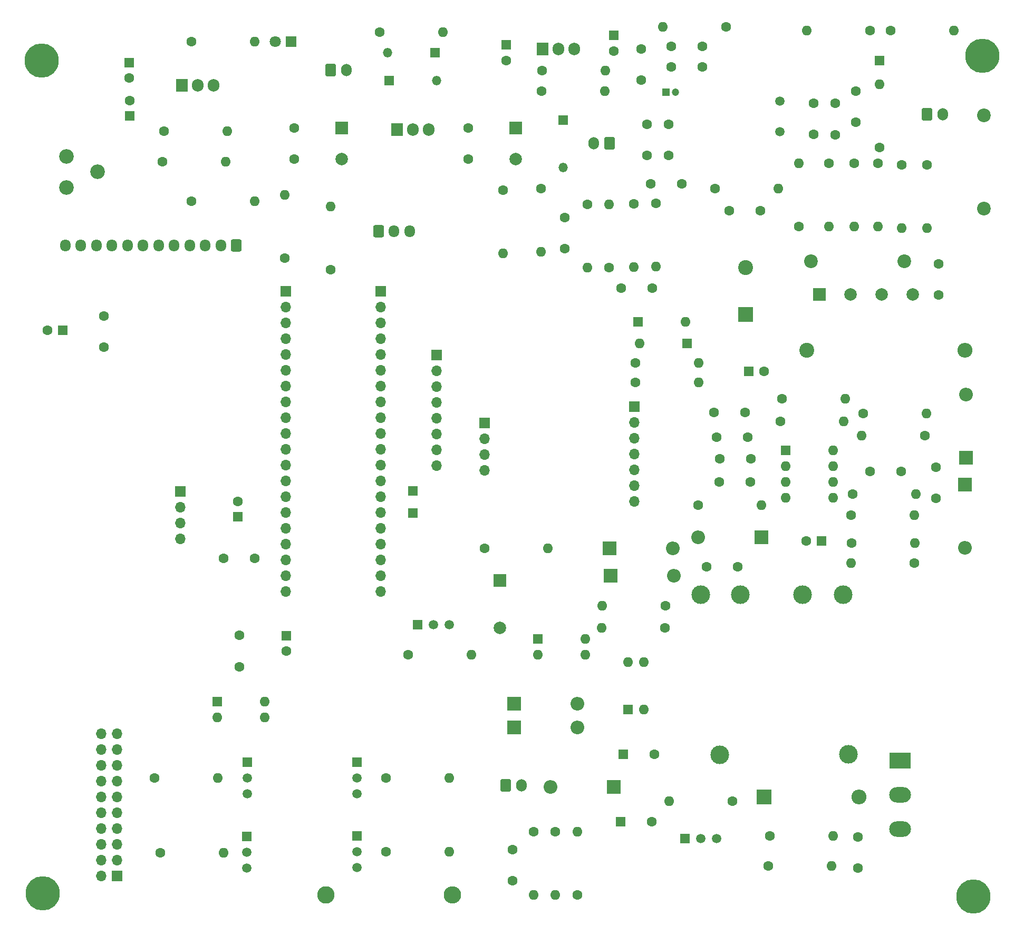
<source format=gbr>
%TF.GenerationSoftware,KiCad,Pcbnew,(6.99.0-1031-g46d719ed42)*%
%TF.CreationDate,2022-10-20T15:30:39+01:00*%
%TF.ProjectId,EnAcess PCB,456e4163-6573-4732-9050-43422e6b6963,rev?*%
%TF.SameCoordinates,Original*%
%TF.FileFunction,Soldermask,Bot*%
%TF.FilePolarity,Negative*%
%FSLAX46Y46*%
G04 Gerber Fmt 4.6, Leading zero omitted, Abs format (unit mm)*
G04 Created by KiCad (PCBNEW (6.99.0-1031-g46d719ed42)) date 2022-10-20 15:30:39*
%MOMM*%
%LPD*%
G01*
G04 APERTURE LIST*
G04 Aperture macros list*
%AMRoundRect*
0 Rectangle with rounded corners*
0 $1 Rounding radius*
0 $2 $3 $4 $5 $6 $7 $8 $9 X,Y pos of 4 corners*
0 Add a 4 corners polygon primitive as box body*
4,1,4,$2,$3,$4,$5,$6,$7,$8,$9,$2,$3,0*
0 Add four circle primitives for the rounded corners*
1,1,$1+$1,$2,$3*
1,1,$1+$1,$4,$5*
1,1,$1+$1,$6,$7*
1,1,$1+$1,$8,$9*
0 Add four rect primitives between the rounded corners*
20,1,$1+$1,$2,$3,$4,$5,0*
20,1,$1+$1,$4,$5,$6,$7,0*
20,1,$1+$1,$6,$7,$8,$9,0*
20,1,$1+$1,$8,$9,$2,$3,0*%
G04 Aperture macros list end*
%ADD10R,2.200000X2.200000*%
%ADD11O,2.200000X2.200000*%
%ADD12C,1.600000*%
%ADD13O,1.600000X1.600000*%
%ADD14R,2.000000X2.000000*%
%ADD15C,2.000000*%
%ADD16R,1.700000X1.700000*%
%ADD17O,1.700000X1.700000*%
%ADD18R,1.600000X1.600000*%
%ADD19R,3.500000X2.500000*%
%ADD20O,3.500000X2.500000*%
%ADD21C,3.600000*%
%ADD22C,5.500000*%
%ADD23R,1.500000X1.500000*%
%ADD24C,1.500000*%
%ADD25RoundRect,0.250000X-0.600000X-0.750000X0.600000X-0.750000X0.600000X0.750000X-0.600000X0.750000X0*%
%ADD26O,1.700000X2.000000*%
%ADD27C,2.340000*%
%ADD28RoundRect,0.250000X0.600000X0.725000X-0.600000X0.725000X-0.600000X-0.725000X0.600000X-0.725000X0*%
%ADD29O,1.700000X1.950000*%
%ADD30C,0.100000*%
%ADD31C,3.000000*%
%ADD32R,1.200000X1.200000*%
%ADD33C,1.200000*%
%ADD34RoundRect,0.250000X-0.550000X-0.550000X0.550000X-0.550000X0.550000X0.550000X-0.550000X0.550000X0*%
%ADD35C,2.200000*%
%ADD36O,1.500000X1.500000*%
%ADD37C,2.800000*%
%ADD38O,2.800000X2.800000*%
%ADD39R,1.800000X1.800000*%
%ADD40C,1.800000*%
%ADD41RoundRect,0.250000X0.600000X0.750000X-0.600000X0.750000X-0.600000X-0.750000X0.600000X-0.750000X0*%
%ADD42R,1.905000X2.000000*%
%ADD43O,1.905000X2.000000*%
%ADD44RoundRect,0.250000X-0.600000X-0.725000X0.600000X-0.725000X0.600000X0.725000X-0.600000X0.725000X0*%
%ADD45C,2.400000*%
%ADD46O,2.400000X2.400000*%
%ADD47R,2.400000X2.400000*%
G04 APERTURE END LIST*
D10*
%TO.C,D8*%
X111479999Y-137799999D03*
D11*
X101319999Y-137799999D03*
%TD*%
D12*
%TO.C,R11*%
X37720000Y-136400000D03*
D13*
X47879999Y-136399999D03*
%TD*%
D12*
%TO.C,R31*%
X138263000Y-79095600D03*
D13*
X148422999Y-79095599D03*
%TD*%
D12*
%TO.C,C15*%
X51409600Y-113476400D03*
X51409600Y-118476400D03*
%TD*%
%TO.C,R24*%
X102108000Y-145034000D03*
D13*
X102107999Y-155193999D03*
%TD*%
D14*
%TO.C,C20*%
X67817999Y-31932999D03*
D15*
X67818000Y-36933000D03*
%TD*%
D12*
%TO.C,R56*%
X74920000Y-136400000D03*
D13*
X85079999Y-136399999D03*
%TD*%
D16*
%TO.C,J6*%
X58800999Y-58191399D03*
D17*
X58800999Y-60731399D03*
X58800999Y-63271399D03*
X58800999Y-65811399D03*
X58800999Y-68351399D03*
X58800999Y-70891399D03*
X58800999Y-73431399D03*
X58800999Y-75971399D03*
X58800999Y-78511399D03*
X58800999Y-81051399D03*
X58800999Y-83591399D03*
X58800999Y-86131399D03*
X58800999Y-88671399D03*
X58800999Y-91211399D03*
X58800999Y-93751399D03*
X58800999Y-96291399D03*
X58800999Y-98831399D03*
X58800999Y-101371399D03*
X58800999Y-103911399D03*
X58800999Y-106451399D03*
%TD*%
D18*
%TO.C,C26*%
X144881599Y-98297999D03*
D12*
X142381600Y-98298000D03*
%TD*%
%TO.C,C8*%
X60198000Y-31933000D03*
X60198000Y-36933000D03*
%TD*%
%TO.C,TH1*%
X163677600Y-53761000D03*
X163677600Y-58761000D03*
%TD*%
D19*
%TO.C,Q3*%
X157479999Y-133603999D03*
D20*
X157479999Y-139078999D03*
X157479999Y-144553999D03*
%TD*%
D10*
%TO.C,D7*%
X95503999Y-128269999D03*
D11*
X105663999Y-128269999D03*
%TD*%
D12*
%TO.C,C39*%
X130048000Y-45212000D03*
X135048000Y-45212000D03*
%TD*%
%TO.C,R17*%
X66040000Y-54686200D03*
D13*
X66039999Y-44526199D03*
%TD*%
D12*
%TO.C,R12*%
X161798000Y-37846000D03*
D13*
X161797999Y-48005999D03*
%TD*%
D21*
%TO.C,H3*%
X169265600Y-155448000D03*
D22*
X169265600Y-155448000D03*
%TD*%
D23*
%TO.C,U6*%
X122961399Y-146155999D03*
D24*
X125501400Y-146156000D03*
X128041400Y-146156000D03*
%TD*%
D12*
%TO.C,C27*%
X131368800Y-102463600D03*
X126368800Y-102463600D03*
%TD*%
D25*
%TO.C,J13*%
X66040000Y-22606000D03*
D26*
X68539999Y-22605999D03*
%TD*%
D18*
%TO.C,U9*%
X47799999Y-124124999D03*
D13*
X47799999Y-126664999D03*
X55419999Y-126664999D03*
X55419999Y-124124999D03*
%TD*%
D18*
%TO.C,D12*%
X123266199Y-66547999D03*
D13*
X115646199Y-66547999D03*
%TD*%
D12*
%TO.C,R45*%
X127762000Y-41656000D03*
D13*
X137921999Y-41655999D03*
%TD*%
D23*
%TO.C,Q2*%
X80035399Y-111713599D03*
D24*
X82575400Y-111713600D03*
X85115400Y-111713600D03*
%TD*%
D25*
%TO.C,J8*%
X161798000Y-29718000D03*
D26*
X164297999Y-29717999D03*
%TD*%
D12*
%TO.C,C37*%
X120690000Y-22098000D03*
X125690000Y-22098000D03*
%TD*%
%TO.C,R23*%
X161417000Y-81356200D03*
D13*
X151256999Y-81356199D03*
%TD*%
D12*
%TO.C,R34*%
X114935000Y-69646800D03*
D13*
X125094999Y-69646799D03*
%TD*%
D27*
%TO.C,RV2*%
X23575000Y-41461200D03*
X28575000Y-38961200D03*
X23575000Y-36461200D03*
%TD*%
D18*
%TO.C,C5*%
X23037799Y-64388999D03*
D12*
X20537800Y-64389000D03*
%TD*%
D28*
%TO.C,J2*%
X50912400Y-50800000D03*
D29*
X48412399Y-50799999D03*
X45912399Y-50799999D03*
X43412399Y-50799999D03*
X40912399Y-50799999D03*
X38412399Y-50799999D03*
X35912399Y-50799999D03*
X33412399Y-50799999D03*
X30912399Y-50799999D03*
X28412399Y-50799999D03*
X25912399Y-50799999D03*
X23412399Y-50799999D03*
%TD*%
D30*
%TO.C,TR1*%
X143932500Y-109830500D03*
X148932500Y-109830500D03*
D31*
X128485500Y-132690500D03*
X149186500Y-132563500D03*
X125437500Y-106909500D03*
X131787500Y-106909500D03*
X141820500Y-106909500D03*
X148297500Y-106909500D03*
%TD*%
D12*
%TO.C,C40*%
X143586200Y-32893000D03*
X143586200Y-27893000D03*
%TD*%
%TO.C,C12*%
X115874800Y-19191600D03*
X115874800Y-24191600D03*
%TD*%
%TO.C,R27*%
X138480800Y-75412600D03*
D13*
X148640799Y-75412599D03*
%TD*%
D12*
%TO.C,R37*%
X136550400Y-145694400D03*
D13*
X146710399Y-145694399D03*
%TD*%
D18*
%TO.C,C31*%
X133160887Y-71043799D03*
D12*
X135660888Y-71043800D03*
%TD*%
%TO.C,C32*%
X117388000Y-40894000D03*
X122388000Y-40894000D03*
%TD*%
D18*
%TO.C,C21*%
X33756599Y-29971999D03*
D12*
X33756600Y-27472000D03*
%TD*%
D14*
%TO.C,C4*%
X95757999Y-31932999D03*
D15*
X95758000Y-36933000D03*
%TD*%
D12*
%TO.C,C23*%
X152628600Y-87147400D03*
X157628600Y-87147400D03*
%TD*%
D23*
%TO.C,Q5*%
X70239999Y-133859999D03*
D24*
X70240000Y-136400000D03*
X70240000Y-138940000D03*
%TD*%
D12*
%TO.C,C38*%
X150368000Y-30988000D03*
X150368000Y-25988000D03*
%TD*%
%TO.C,R52*%
X58674000Y-52832000D03*
D13*
X58673999Y-42671999D03*
%TD*%
D12*
%TO.C,R19*%
X98602800Y-145034000D03*
D13*
X98602799Y-155193999D03*
%TD*%
D10*
%TO.C,D14*%
X167893999Y-89204799D03*
D11*
X167893999Y-99364799D03*
%TD*%
D12*
%TO.C,R47*%
X99822000Y-41656000D03*
D13*
X99821999Y-51815999D03*
%TD*%
D12*
%TO.C,R43*%
X141224000Y-47752000D03*
D13*
X141223999Y-37591999D03*
%TD*%
D16*
%TO.C,J12*%
X41909999Y-90306999D03*
D17*
X41909999Y-92846999D03*
X41909999Y-95386999D03*
X41909999Y-97926999D03*
%TD*%
D21*
%TO.C,H4*%
X19812000Y-154940000D03*
D22*
X19812000Y-154940000D03*
%TD*%
D10*
%TO.C,D16*%
X110794799Y-99466399D03*
D11*
X120954799Y-99466399D03*
%TD*%
D12*
%TO.C,R9*%
X114706400Y-44069000D03*
D13*
X114706399Y-54228999D03*
%TD*%
D12*
%TO.C,R5*%
X99999800Y-22682200D03*
D13*
X110159799Y-22682199D03*
%TD*%
D12*
%TO.C,R36*%
X130530600Y-140081000D03*
D13*
X120370599Y-140080999D03*
%TD*%
D32*
%TO.C,C35*%
X119911999Y-26161999D03*
D33*
X121412000Y-26162000D03*
%TD*%
D21*
%TO.C,H1*%
X170688000Y-20320000D03*
D22*
X170688000Y-20320000D03*
%TD*%
D12*
%TO.C,R16*%
X129489200Y-15671800D03*
D13*
X119329199Y-15671799D03*
%TD*%
D18*
%TO.C,C2*%
X94233999Y-18541999D03*
D12*
X94234000Y-21042000D03*
%TD*%
D34*
%TO.C,J15*%
X79248000Y-90200000D03*
%TD*%
D35*
%TO.C,C10*%
X158122000Y-53340000D03*
X143122000Y-53340000D03*
%TD*%
D12*
%TO.C,R28*%
X149606000Y-94107000D03*
D13*
X159765999Y-94106999D03*
%TD*%
D23*
%TO.C,D2*%
X75432999Y-24312999D03*
D36*
X83052999Y-24312999D03*
%TD*%
D12*
%TO.C,R57*%
X74920000Y-148200000D03*
D13*
X85079999Y-148199999D03*
%TD*%
D12*
%TO.C,R15*%
X157734000Y-37846000D03*
D13*
X157733999Y-48005999D03*
%TD*%
D12*
%TO.C,R33*%
X105664000Y-155194000D03*
D13*
X105663999Y-145033999D03*
%TD*%
D18*
%TO.C,U1*%
X139085799Y-83728399D03*
D13*
X139085799Y-86268399D03*
X139085799Y-88808399D03*
X139085799Y-91348399D03*
X146705799Y-91348399D03*
X146705799Y-88808399D03*
X146705799Y-86268399D03*
X146705799Y-83728399D03*
%TD*%
D12*
%TO.C,R1*%
X78486000Y-116586000D03*
D13*
X88645999Y-116585999D03*
%TD*%
D12*
%TO.C,C11*%
X53873400Y-101092000D03*
X48873400Y-101092000D03*
%TD*%
D37*
%TO.C,R18*%
X65240000Y-155200000D03*
D38*
X85559999Y-155199999D03*
%TD*%
D12*
%TO.C,R29*%
X149834600Y-90728800D03*
D13*
X159994599Y-90728799D03*
%TD*%
D12*
%TO.C,R20*%
X119735600Y-112268000D03*
D13*
X109575599Y-112267999D03*
%TD*%
D25*
%TO.C,J7*%
X94150000Y-137532500D03*
D26*
X96649999Y-137532499D03*
%TD*%
D34*
%TO.C,J16*%
X79248000Y-93800000D03*
%TD*%
D39*
%TO.C,D1*%
X59694999Y-18008599D03*
D40*
X57155000Y-18008600D03*
%TD*%
D12*
%TO.C,R3*%
X43688000Y-18034000D03*
D13*
X53847999Y-18033999D03*
%TD*%
D18*
%TO.C,C3*%
X58953399Y-113512522D03*
D12*
X58953400Y-116012523D03*
%TD*%
D41*
%TO.C,J10*%
X110805600Y-34366200D03*
D26*
X108305599Y-34366199D03*
%TD*%
D12*
%TO.C,C41*%
X147066000Y-27965400D03*
X147066000Y-32965400D03*
%TD*%
D16*
%TO.C,J11*%
X114832999Y-76727999D03*
D17*
X114832999Y-79267999D03*
X114832999Y-81807999D03*
X114832999Y-84347999D03*
X114832999Y-86887999D03*
X114832999Y-89427999D03*
X114832999Y-91967999D03*
%TD*%
D12*
%TO.C,C22*%
X128437000Y-88798400D03*
X133437000Y-88798400D03*
%TD*%
%TO.C,R54*%
X155956000Y-16256000D03*
D13*
X166115999Y-16255999D03*
%TD*%
D10*
%TO.C,D17*%
X168046399Y-84937599D03*
D11*
X168046399Y-74777599D03*
%TD*%
D12*
%TO.C,R41*%
X150114000Y-37592000D03*
D13*
X150113999Y-47751999D03*
%TD*%
D10*
%TO.C,D3*%
X135229599Y-97713799D03*
D11*
X125069599Y-97713799D03*
%TD*%
D12*
%TO.C,R4*%
X90728800Y-99466400D03*
D13*
X100888799Y-99466399D03*
%TD*%
D23*
%TO.C,Q6*%
X70239999Y-145659999D03*
D24*
X70240000Y-148200000D03*
X70240000Y-150740000D03*
%TD*%
D21*
%TO.C,H1*%
X19608800Y-21056600D03*
D22*
X19608800Y-21056600D03*
%TD*%
D18*
%TO.C,U4*%
X113761599Y-125389799D03*
D13*
X116301599Y-125389799D03*
X116301599Y-117769799D03*
X113761599Y-117769799D03*
%TD*%
D12*
%TO.C,C34*%
X116789200Y-36322000D03*
X116789200Y-31322000D03*
%TD*%
D42*
%TO.C,U5*%
X42163999Y-25024199D03*
D43*
X44703999Y-25024199D03*
X47243999Y-25024199D03*
%TD*%
D24*
%TO.C,8.192MHz1*%
X138125200Y-27572800D03*
X138125200Y-32472800D03*
%TD*%
D12*
%TO.C,R32*%
X125044200Y-92506800D03*
D13*
X135204199Y-92506799D03*
%TD*%
D12*
%TO.C,R14*%
X38989000Y-37312600D03*
D13*
X49148999Y-37312599D03*
%TD*%
D12*
%TO.C,C33*%
X125690000Y-18796000D03*
X120690000Y-18796000D03*
%TD*%
%TO.C,C24*%
X127979800Y-81610200D03*
X132979800Y-81610200D03*
%TD*%
%TO.C,R10*%
X107264200Y-44221400D03*
D13*
X107264199Y-54381399D03*
%TD*%
D12*
%TO.C,C17*%
X150723600Y-150886800D03*
X150723600Y-145886800D03*
%TD*%
D10*
%TO.C,D15*%
X110947199Y-103911399D03*
D11*
X121107199Y-103911399D03*
%TD*%
D12*
%TO.C,C29*%
X112714400Y-57658000D03*
X117714400Y-57658000D03*
%TD*%
%TO.C,C25*%
X163195000Y-86450800D03*
X163195000Y-91450800D03*
%TD*%
%TO.C,R25*%
X149682200Y-98590100D03*
D13*
X159842199Y-98590099D03*
%TD*%
D44*
%TO.C,J9*%
X73700000Y-48468000D03*
D29*
X76199999Y-48467999D03*
X78699999Y-48467999D03*
%TD*%
D12*
%TO.C,R55*%
X152654000Y-16256000D03*
D13*
X142493999Y-16255999D03*
%TD*%
D45*
%TO.C,R30*%
X142494000Y-67665600D03*
D46*
X167893999Y-67665599D03*
%TD*%
D12*
%TO.C,R6*%
X99872800Y-25958800D03*
D13*
X110032799Y-25958799D03*
%TD*%
D18*
%TO.C,C30*%
X112597348Y-143399999D03*
D12*
X117597349Y-143400000D03*
%TD*%
D18*
%TO.C,U3*%
X99323999Y-114040999D03*
D13*
X99323999Y-116580999D03*
X106943999Y-116580999D03*
X106943999Y-114040999D03*
%TD*%
D12*
%TO.C,R26*%
X159715200Y-101800000D03*
D13*
X149555199Y-101799999D03*
%TD*%
D42*
%TO.C,U7*%
X100101399Y-19182199D03*
D43*
X102641399Y-19182199D03*
X105181399Y-19182199D03*
%TD*%
D18*
%TO.C,C19*%
X33680399Y-21400800D03*
D12*
X33680400Y-23900801D03*
%TD*%
D42*
%TO.C,U2*%
X76707999Y-32186999D03*
D43*
X79247999Y-32186999D03*
X81787999Y-32186999D03*
%TD*%
D23*
%TO.C,D6*%
X103377999Y-30657999D03*
D36*
X103377999Y-38277999D03*
%TD*%
D16*
%TO.C,J4*%
X31754999Y-152140999D03*
D17*
X29214999Y-152140999D03*
X31754999Y-149600999D03*
X29214999Y-149600999D03*
X31754999Y-147060999D03*
X29214999Y-147060999D03*
X31754999Y-144520999D03*
X29214999Y-144520999D03*
X31754999Y-141980999D03*
X29214999Y-141980999D03*
X31754999Y-139440999D03*
X29214999Y-139440999D03*
X31754999Y-136900999D03*
X29214999Y-136900999D03*
X31754999Y-134360999D03*
X29214999Y-134360999D03*
X31754999Y-131820999D03*
X29214999Y-131820999D03*
X31754999Y-129280999D03*
X29214999Y-129280999D03*
%TD*%
D12*
%TO.C,R46*%
X93726000Y-41910000D03*
D13*
X93725999Y-52069999D03*
%TD*%
D12*
%TO.C,R38*%
X136321800Y-150520400D03*
D13*
X146481799Y-150520399D03*
%TD*%
D18*
%TO.C,C1*%
X111505999Y-17017999D03*
D12*
X111506000Y-19518000D03*
%TD*%
D18*
%TO.C,C6*%
X51130199Y-94411876D03*
D12*
X51130200Y-91911877D03*
%TD*%
D34*
%TO.C,J14*%
X154178000Y-21082000D03*
%TD*%
D12*
%TO.C,R7*%
X118237000Y-44018200D03*
D13*
X118236999Y-54178199D03*
%TD*%
D14*
%TO.C,D11*%
X144485299Y-58666099D03*
D15*
X149485300Y-58666100D03*
X154485300Y-58666100D03*
X159485300Y-58666100D03*
%TD*%
D12*
%TO.C,R8*%
X110693200Y-54356000D03*
D13*
X110693199Y-44195999D03*
%TD*%
D12*
%TO.C,C14*%
X88138000Y-31933000D03*
X88138000Y-36933000D03*
%TD*%
D23*
%TO.C,D4*%
X82808999Y-19811999D03*
D36*
X75188999Y-19811999D03*
%TD*%
D12*
%TO.C,C18*%
X128473200Y-85115400D03*
X133473200Y-85115400D03*
%TD*%
D16*
%TO.C,J3*%
X83007199Y-68376799D03*
D17*
X83007199Y-70916799D03*
X83007199Y-73456799D03*
X83007199Y-75996799D03*
X83007199Y-78536799D03*
X83007199Y-81076799D03*
X83007199Y-83616799D03*
X83007199Y-86156799D03*
%TD*%
D18*
%TO.C,D18*%
X115392199Y-63093599D03*
D13*
X123012199Y-63093599D03*
%TD*%
D10*
%TO.C,D5*%
X95503999Y-124459999D03*
D11*
X105663999Y-124459999D03*
%TD*%
D12*
%TO.C,R53*%
X38720000Y-148400000D03*
D13*
X48879999Y-148399999D03*
%TD*%
D12*
%TO.C,R35*%
X114935000Y-72821800D03*
D13*
X125094999Y-72821799D03*
%TD*%
D12*
%TO.C,C13*%
X29591000Y-67143000D03*
X29591000Y-62143000D03*
%TD*%
D47*
%TO.C,C9*%
X132689599Y-61839066D03*
D45*
X132689600Y-54339067D03*
%TD*%
D12*
%TO.C,R2*%
X43688000Y-43688000D03*
D13*
X53847999Y-43687999D03*
%TD*%
D12*
%TO.C,R13*%
X39243000Y-32435800D03*
D13*
X49402999Y-32435799D03*
%TD*%
D12*
%TO.C,C7*%
X95250000Y-152908000D03*
X95250000Y-147908000D03*
%TD*%
%TO.C,R40*%
X153924000Y-37592000D03*
D13*
X153923999Y-47751999D03*
%TD*%
D12*
%TO.C,C16*%
X127548000Y-77597000D03*
X132548000Y-77597000D03*
%TD*%
%TO.C,R21*%
X119786400Y-108712000D03*
D13*
X109626399Y-108711999D03*
%TD*%
D14*
%TO.C,BZ1*%
X93217999Y-104647999D03*
D15*
X93218000Y-112248000D03*
%TD*%
D12*
%TO.C,R22*%
X151561800Y-77774800D03*
D13*
X161721799Y-77774799D03*
%TD*%
D12*
%TO.C,R44*%
X154178000Y-35052000D03*
D13*
X154177999Y-24891999D03*
%TD*%
D12*
%TO.C,C42*%
X103632000Y-51268000D03*
X103632000Y-46268000D03*
%TD*%
D16*
%TO.C,J1*%
X90728799Y-79349599D03*
D17*
X90728799Y-81889599D03*
X90728799Y-84429599D03*
X90728799Y-86969599D03*
%TD*%
D23*
%TO.C,Q1*%
X52639999Y-133859999D03*
D24*
X52640000Y-136400000D03*
X52640000Y-138940000D03*
%TD*%
D12*
%TO.C,C36*%
X120269000Y-36322000D03*
X120269000Y-31322000D03*
%TD*%
%TO.C,R42*%
X146050000Y-37592000D03*
D13*
X146049999Y-47751999D03*
%TD*%
D47*
%TO.C,D19*%
X135635999Y-139445999D03*
D46*
X150875999Y-139445999D03*
%TD*%
D18*
%TO.C,C28*%
X112997348Y-132587999D03*
D12*
X117997349Y-132588000D03*
%TD*%
%TO.C,R39*%
X73914000Y-16510000D03*
D13*
X84073999Y-16509999D03*
%TD*%
D16*
%TO.C,J5*%
X74040999Y-58191399D03*
D17*
X74040999Y-60731399D03*
X74040999Y-63271399D03*
X74040999Y-65811399D03*
X74040999Y-68351399D03*
X74040999Y-70891399D03*
X74040999Y-73431399D03*
X74040999Y-75971399D03*
X74040999Y-78511399D03*
X74040999Y-81051399D03*
X74040999Y-83591399D03*
X74040999Y-86131399D03*
X74040999Y-88671399D03*
X74040999Y-91211399D03*
X74040999Y-93751399D03*
X74040999Y-96291399D03*
X74040999Y-98831399D03*
X74040999Y-101371399D03*
X74040999Y-103911399D03*
X74040999Y-106451399D03*
%TD*%
D23*
%TO.C,Q4*%
X52599999Y-145799999D03*
D24*
X52600000Y-148340000D03*
X52600000Y-150880000D03*
%TD*%
D35*
%TO.C,C43*%
X170942000Y-29838000D03*
X170942000Y-44838000D03*
%TD*%
M02*

</source>
